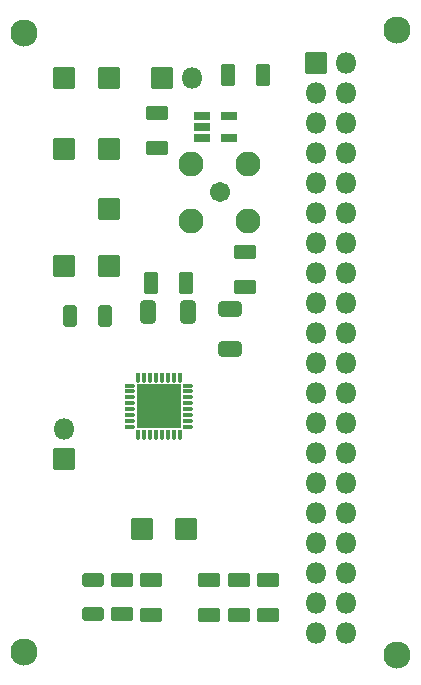
<source format=gbr>
%TF.GenerationSoftware,KiCad,Pcbnew,7.0.9*%
%TF.CreationDate,2024-09-05T13:52:43+09:00*%
%TF.ProjectId,STA5635,53544135-3633-4352-9e6b-696361645f70,rev?*%
%TF.SameCoordinates,Original*%
%TF.FileFunction,Soldermask,Top*%
%TF.FilePolarity,Negative*%
%FSLAX46Y46*%
G04 Gerber Fmt 4.6, Leading zero omitted, Abs format (unit mm)*
G04 Created by KiCad (PCBNEW 7.0.9) date 2024-09-05 13:52:43*
%MOMM*%
%LPD*%
G01*
G04 APERTURE LIST*
G04 Aperture macros list*
%AMRoundRect*
0 Rectangle with rounded corners*
0 $1 Rounding radius*
0 $2 $3 $4 $5 $6 $7 $8 $9 X,Y pos of 4 corners*
0 Add a 4 corners polygon primitive as box body*
4,1,4,$2,$3,$4,$5,$6,$7,$8,$9,$2,$3,0*
0 Add four circle primitives for the rounded corners*
1,1,$1+$1,$2,$3*
1,1,$1+$1,$4,$5*
1,1,$1+$1,$6,$7*
1,1,$1+$1,$8,$9*
0 Add four rect primitives between the rounded corners*
20,1,$1+$1,$2,$3,$4,$5,0*
20,1,$1+$1,$4,$5,$6,$7,0*
20,1,$1+$1,$6,$7,$8,$9,0*
20,1,$1+$1,$8,$9,$2,$3,0*%
G04 Aperture macros list end*
%ADD10C,2.300000*%
%ADD11RoundRect,0.050000X-0.850000X-0.850000X0.850000X-0.850000X0.850000X0.850000X-0.850000X0.850000X0*%
%ADD12RoundRect,0.050000X0.850000X0.850000X-0.850000X0.850000X-0.850000X-0.850000X0.850000X-0.850000X0*%
%ADD13O,1.800000X1.800000*%
%ADD14RoundRect,0.300000X0.325000X0.650000X-0.325000X0.650000X-0.325000X-0.650000X0.325000X-0.650000X0*%
%ADD15RoundRect,0.300000X-0.650000X0.325000X-0.650000X-0.325000X0.650000X-0.325000X0.650000X0.325000X0*%
%ADD16RoundRect,0.050000X0.850000X-0.850000X0.850000X0.850000X-0.850000X0.850000X-0.850000X-0.850000X0*%
%ADD17RoundRect,0.300000X-0.312500X-0.625000X0.312500X-0.625000X0.312500X0.625000X-0.312500X0.625000X0*%
%ADD18RoundRect,0.300000X0.625000X-0.312500X0.625000X0.312500X-0.625000X0.312500X-0.625000X-0.312500X0*%
%ADD19C,1.712000*%
%ADD20C,2.124000*%
%ADD21RoundRect,0.300000X-0.362500X-0.700000X0.362500X-0.700000X0.362500X0.700000X-0.362500X0.700000X0*%
%ADD22RoundRect,0.300000X-0.700000X0.362500X-0.700000X-0.362500X0.700000X-0.362500X0.700000X0.362500X0*%
%ADD23RoundRect,0.200000X-0.512500X-0.150000X0.512500X-0.150000X0.512500X0.150000X-0.512500X0.150000X0*%
%ADD24RoundRect,0.050000X-0.114300X-0.381000X0.114300X-0.381000X0.114300X0.381000X-0.114300X0.381000X0*%
%ADD25RoundRect,0.050000X-0.381000X0.114300X-0.381000X-0.114300X0.381000X-0.114300X0.381000X0.114300X0*%
%ADD26RoundRect,0.050000X-1.828800X1.828800X-1.828800X-1.828800X1.828800X-1.828800X1.828800X1.828800X0*%
%ADD27RoundRect,0.300000X0.650000X-0.325000X0.650000X0.325000X-0.650000X0.325000X-0.650000X-0.325000X0*%
G04 APERTURE END LIST*
D10*
%TO.C,H4*%
X159893000Y-113004600D03*
%TD*%
%TO.C,H3*%
X159893000Y-60071000D03*
%TD*%
D11*
%TO.C,TP1*%
X135483600Y-70180200D03*
%TD*%
%TO.C,TP10*%
X138277600Y-102285800D03*
%TD*%
D12*
%TO.C,J3*%
X131699000Y-96398000D03*
D13*
X131699000Y-93858000D03*
%TD*%
D11*
%TO.C,TP6*%
X131673600Y-80086200D03*
%TD*%
D10*
%TO.C,H2*%
X128270000Y-112776000D03*
%TD*%
%TO.C,H1*%
X128270000Y-60325000D03*
%TD*%
D11*
%TO.C,TP2*%
X135483600Y-80086200D03*
%TD*%
%TO.C,TP9*%
X135509000Y-64135000D03*
%TD*%
D14*
%TO.C,C7*%
X141987800Y-81457800D03*
X139037800Y-81457800D03*
%TD*%
D15*
%TO.C,C8*%
X139044950Y-106627400D03*
X139044950Y-109577400D03*
%TD*%
D16*
%TO.C,J4*%
X139954000Y-64135000D03*
D13*
X142494000Y-64135000D03*
%TD*%
D15*
%TO.C,C3*%
X136581150Y-106616700D03*
X136581150Y-109566700D03*
%TD*%
D17*
%TO.C,R2*%
X132217700Y-84328000D03*
X135142700Y-84328000D03*
%TD*%
D18*
%TO.C,R1*%
X134168150Y-109539500D03*
X134168150Y-106614500D03*
%TD*%
D19*
%TO.C,J2*%
X144856200Y-73812400D03*
D20*
X142456200Y-71412400D03*
X142456200Y-76212400D03*
X147256200Y-76212400D03*
X147256200Y-71412400D03*
%TD*%
D21*
%TO.C,L1*%
X138824900Y-83947000D03*
X142149900Y-83947000D03*
%TD*%
D11*
%TO.C,TP5*%
X135509000Y-75234800D03*
%TD*%
D22*
%TO.C,L2*%
X145770600Y-87057300D03*
X145770600Y-83732300D03*
%TD*%
D11*
%TO.C,TP3*%
X131699000Y-64135000D03*
%TD*%
D15*
%TO.C,C6*%
X143997950Y-106625600D03*
X143997950Y-109575600D03*
%TD*%
D11*
%TO.C,J1*%
X153035000Y-62890400D03*
D13*
X155575000Y-62890400D03*
X153035000Y-65430400D03*
X155575000Y-65430400D03*
X153035000Y-67970400D03*
X155575000Y-67970400D03*
X153035000Y-70510400D03*
X155575000Y-70510400D03*
X153035000Y-73050400D03*
X155575000Y-73050400D03*
X153035000Y-75590400D03*
X155575000Y-75590400D03*
X153035000Y-78130400D03*
X155575000Y-78130400D03*
X153035000Y-80670400D03*
X155575000Y-80670400D03*
X153035000Y-83210400D03*
X155575000Y-83210400D03*
X153035000Y-85750400D03*
X155575000Y-85750400D03*
X153035000Y-88290400D03*
X155575000Y-88290400D03*
X153035000Y-90830400D03*
X155575000Y-90830400D03*
X153035000Y-93370400D03*
X155575000Y-93370400D03*
X153035000Y-95910400D03*
X155575000Y-95910400D03*
X153035000Y-98450400D03*
X155575000Y-98450400D03*
X153035000Y-100990400D03*
X155575000Y-100990400D03*
X153035000Y-103530400D03*
X155575000Y-103530400D03*
X153035000Y-106070400D03*
X155575000Y-106070400D03*
X153035000Y-108610400D03*
X155575000Y-108610400D03*
X153035000Y-111150400D03*
X155575000Y-111150400D03*
%TD*%
D11*
%TO.C,TP4*%
X142036800Y-102285800D03*
%TD*%
D15*
%TO.C,C5*%
X146487150Y-106625600D03*
X146487150Y-109575600D03*
%TD*%
D23*
%TO.C,U2*%
X143383000Y-67360800D03*
X143383000Y-68310800D03*
X143383000Y-69260800D03*
X145658000Y-69260800D03*
X145658000Y-67360800D03*
%TD*%
D24*
%TO.C,U1*%
X141475841Y-89509600D03*
X140975715Y-89509600D03*
X140475589Y-89509600D03*
X139975463Y-89509600D03*
X139475337Y-89509600D03*
X138975211Y-89509600D03*
X138475085Y-89509600D03*
X137974959Y-89509600D03*
D25*
X137299700Y-90184859D03*
X137299700Y-90684985D03*
X137299700Y-91185111D03*
X137299700Y-91685237D03*
X137299700Y-92185363D03*
X137299700Y-92685489D03*
X137299700Y-93185615D03*
X137299700Y-93685741D03*
D24*
X137974959Y-94361000D03*
X138475085Y-94361000D03*
X138975211Y-94361000D03*
X139475337Y-94361000D03*
X139975463Y-94361000D03*
X140475589Y-94361000D03*
X140975715Y-94361000D03*
X141475841Y-94361000D03*
D25*
X142151100Y-93685741D03*
X142151100Y-93185615D03*
X142151100Y-92685489D03*
X142151100Y-92185363D03*
X142151100Y-91685237D03*
X142151100Y-91185111D03*
X142151100Y-90684985D03*
X142151100Y-90184859D03*
D26*
X139725400Y-91935300D03*
%TD*%
D15*
%TO.C,C1*%
X139522200Y-67105000D03*
X139522200Y-70055000D03*
%TD*%
%TO.C,C4*%
X148976350Y-106625600D03*
X148976350Y-109575600D03*
%TD*%
D14*
%TO.C,C2*%
X148541000Y-63881000D03*
X145591000Y-63881000D03*
%TD*%
D27*
%TO.C,C9*%
X147015200Y-81817000D03*
X147015200Y-78867000D03*
%TD*%
D11*
%TO.C,TP8*%
X131673600Y-70180200D03*
%TD*%
M02*

</source>
